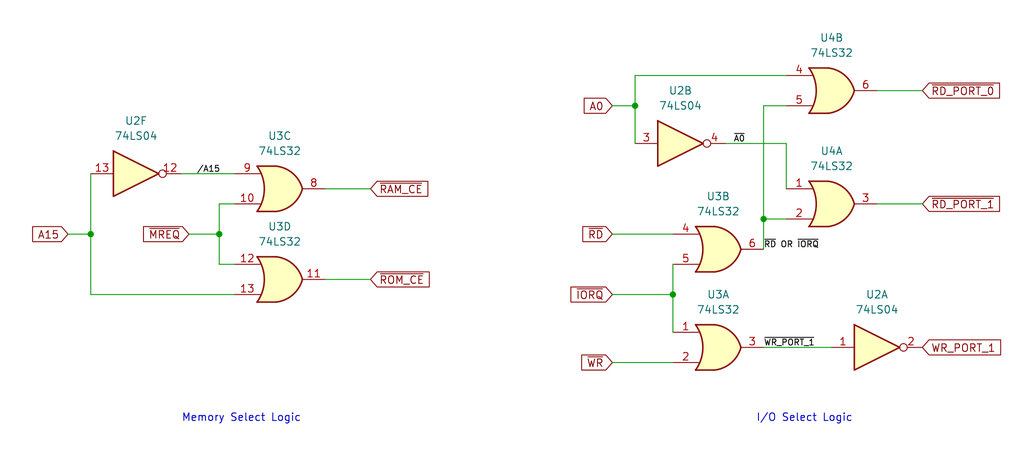
<source format=kicad_sch>
(kicad_sch (version 20230121) (generator eeschema)
  (paper "User" 172.009 75.9968)
  (lib_symbols
    (symbol "74xx:74LS04"
      (property "Reference" "U" (at 0 1.27 0))
      (property "Value" "74LS04" (at 0 -1.27 0))
      (symbol "74LS04_1_0"
        (polyline (pts (xy -3.81 3.81) (xy -3.81 -3.81) (xy 3.81 0) (xy -3.81 3.81)) (stroke (width 0.254)) (fill (type background)))
        (pin input line (at -7.62 0 0) (length 3.81) (name "~") (number "1"))
        (pin output inverted (at 7.62 0 180) (length 3.81) (name "~") (number "2"))
      )
      (symbol "74LS04_2_0"
        (polyline (pts (xy -3.81 3.81) (xy -3.81 -3.81) (xy 3.81 0) (xy -3.81 3.81)) (stroke (width 0.254)) (fill (type background)))
        (pin input line (at -7.62 0 0) (length 3.81) (name "~") (number "3"))
        (pin output inverted (at 7.62 0 180) (length 3.81) (name "~") (number "4"))
      )
      (symbol "74LS04_3_0"
        (polyline (pts (xy -3.81 3.81) (xy -3.81 -3.81) (xy 3.81 0) (xy -3.81 3.81)) (stroke (width 0.254)) (fill (type background)))
        (pin input line (at -7.62 0 0) (length 3.81) (name "~") (number "5"))
        (pin output inverted (at 7.62 0 180) (length 3.81) (name "~") (number "6"))
      )
      (symbol "74LS04_4_0"
        (polyline (pts (xy -3.81 3.81) (xy -3.81 -3.81) (xy 3.81 0) (xy -3.81 3.81)) (stroke (width 0.254)) (fill (type background)))
        (pin output inverted (at 7.62 0 180) (length 3.81) (name "~") (number "8"))
        (pin input line (at -7.62 0 0) (length 3.81) (name "~") (number "9"))
      )
      (symbol "74LS04_5_0"
        (polyline (pts (xy -3.81 3.81) (xy -3.81 -3.81) (xy 3.81 0) (xy -3.81 3.81)) (stroke (width 0.254)) (fill (type background)))
        (pin output inverted (at 7.62 0 180) (length 3.81) (name "~") (number "10"))
        (pin input line (at -7.62 0 0) (length 3.81) (name "~") (number "11"))
      )
      (symbol "74LS04_6_0"
        (polyline (pts (xy -3.81 3.81) (xy -3.81 -3.81) (xy 3.81 0) (xy -3.81 3.81)) (stroke (width 0.254)) (fill (type background)))
        (pin output inverted (at 7.62 0 180) (length 3.81) (name "~") (number "12"))
        (pin input line (at -7.62 0 0) (length 3.81) (name "~") (number "13"))
      )
      (symbol "74LS04_7_0"
        (pin power_in line (at 0 12.7 270) (length 5.08) (name "VCC") (number "14"))
        (pin power_in line (at 0 -12.7 90) (length 5.08) (name "GND") (number "7"))
      )
      (symbol "74LS04_7_1"
        (rectangle (start -5.08 7.62) (end 5.08 -7.62) (stroke (width 0.254)) (fill (type background)))
      )
    )
    (symbol "74xx:74LS32" (pin_names (offset 1.016))
      (property "Reference" "U" (at 0 1.27 0))
      (property "Value" "74LS32" (at 0 -1.27 0))
      (symbol "74LS32_1_1"
        (arc (start -3.81 -3.81) (mid -2.589 0) (end -3.81 3.81) (stroke (width 0.254)))
        (arc (start -0.6096 -3.81) (mid 2.1842 -2.5851) (end 3.81 0) (stroke (width 0.254)) (fill (type background)))
        (polyline (pts (xy -3.81 -3.81) (xy -0.635 -3.81)) (stroke (width 0.254)) (fill (type background)))
        (polyline (pts (xy -3.81 3.81) (xy -0.635 3.81)) (stroke (width 0.254)) (fill (type background)))
        (polyline (pts (xy -0.635 3.81) (xy -3.81 3.81) (xy -3.81 3.81) (xy -3.556 3.4036) (xy -3.0226 2.2606) (xy -2.6924 1.0414) (xy -2.6162 -0.254) (xy -2.7686 -1.4986) (xy -3.175 -2.7178) (xy -3.81 -3.81) (xy -3.81 -3.81) (xy -0.635 -3.81)) (stroke (width -25.4)) (fill (type background)))
        (arc (start 3.81 0) (mid 2.1915 2.5936) (end -0.6096 3.81) (stroke (width 0.254)) (fill (type background)))
        (pin input line (at -7.62 2.54 0) (length 4.318) (name "~") (number "1"))
        (pin input line (at -7.62 -2.54 0) (length 4.318) (name "~") (number "2"))
        (pin output line (at 7.62 0 180) (length 3.81) (name "~") (number "3"))
      )
      (symbol "74LS32_1_2"
        (arc (start 0 -3.81) (mid 3.7934 0) (end 0 3.81) (stroke (width 0.254)) (fill (type background)))
        (polyline (pts (xy 0 3.81) (xy -3.81 3.81) (xy -3.81 -3.81) (xy 0 -3.81)) (stroke (width 0.254)) (fill (type background)))
        (pin input inverted (at -7.62 2.54 0) (length 3.81) (name "~") (number "1"))
        (pin input inverted (at -7.62 -2.54 0) (length 3.81) (name "~") (number "2"))
        (pin output inverted (at 7.62 0 180) (length 3.81) (name "~") (number "3"))
      )
      (symbol "74LS32_2_1"
        (arc (start -3.81 -3.81) (mid -2.589 0) (end -3.81 3.81) (stroke (width 0.254)))
        (arc (start -0.6096 -3.81) (mid 2.1842 -2.5851) (end 3.81 0) (stroke (width 0.254)) (fill (type background)))
        (polyline (pts (xy -3.81 -3.81) (xy -0.635 -3.81)) (stroke (width 0.254)) (fill (type background)))
        (polyline (pts (xy -3.81 3.81) (xy -0.635 3.81)) (stroke (width 0.254)) (fill (type background)))
        (polyline (pts (xy -0.635 3.81) (xy -3.81 3.81) (xy -3.81 3.81) (xy -3.556 3.4036) (xy -3.0226 2.2606) (xy -2.6924 1.0414) (xy -2.6162 -0.254) (xy -2.7686 -1.4986) (xy -3.175 -2.7178) (xy -3.81 -3.81) (xy -3.81 -3.81) (xy -0.635 -3.81)) (stroke (width -25.4)) (fill (type background)))
        (arc (start 3.81 0) (mid 2.1915 2.5936) (end -0.6096 3.81) (stroke (width 0.254)) (fill (type background)))
        (pin input line (at -7.62 2.54 0) (length 4.318) (name "~") (number "4"))
        (pin input line (at -7.62 -2.54 0) (length 4.318) (name "~") (number "5"))
        (pin output line (at 7.62 0 180) (length 3.81) (name "~") (number "6"))
      )
      (symbol "74LS32_2_2"
        (arc (start 0 -3.81) (mid 3.7934 0) (end 0 3.81) (stroke (width 0.254)) (fill (type background)))
        (polyline (pts (xy 0 3.81) (xy -3.81 3.81) (xy -3.81 -3.81) (xy 0 -3.81)) (stroke (width 0.254)) (fill (type background)))
        (pin input inverted (at -7.62 2.54 0) (length 3.81) (name "~") (number "4"))
        (pin input inverted (at -7.62 -2.54 0) (length 3.81) (name "~") (number "5"))
        (pin output inverted (at 7.62 0 180) (length 3.81) (name "~") (number "6"))
      )
      (symbol "74LS32_3_1"
        (arc (start -3.81 -3.81) (mid -2.589 0) (end -3.81 3.81) (stroke (width 0.254)))
        (arc (start -0.6096 -3.81) (mid 2.1842 -2.5851) (end 3.81 0) (stroke (width 0.254)) (fill (type background)))
        (polyline (pts (xy -3.81 -3.81) (xy -0.635 -3.81)) (stroke (width 0.254)) (fill (type background)))
        (polyline (pts (xy -3.81 3.81) (xy -0.635 3.81)) (stroke (width 0.254)) (fill (type background)))
        (polyline (pts (xy -0.635 3.81) (xy -3.81 3.81) (xy -3.81 3.81) (xy -3.556 3.4036) (xy -3.0226 2.2606) (xy -2.6924 1.0414) (xy -2.6162 -0.254) (xy -2.7686 -1.4986) (xy -3.175 -2.7178) (xy -3.81 -3.81) (xy -3.81 -3.81) (xy -0.635 -3.81)) (stroke (width -25.4)) (fill (type background)))
        (arc (start 3.81 0) (mid 2.1915 2.5936) (end -0.6096 3.81) (stroke (width 0.254)) (fill (type background)))
        (pin input line (at -7.62 -2.54 0) (length 4.318) (name "~") (number "10"))
        (pin output line (at 7.62 0 180) (length 3.81) (name "~") (number "8"))
        (pin input line (at -7.62 2.54 0) (length 4.318) (name "~") (number "9"))
      )
      (symbol "74LS32_3_2"
        (arc (start 0 -3.81) (mid 3.7934 0) (end 0 3.81) (stroke (width 0.254)) (fill (type background)))
        (polyline (pts (xy 0 3.81) (xy -3.81 3.81) (xy -3.81 -3.81) (xy 0 -3.81)) (stroke (width 0.254)) (fill (type background)))
        (pin input inverted (at -7.62 -2.54 0) (length 3.81) (name "~") (number "10"))
        (pin output inverted (at 7.62 0 180) (length 3.81) (name "~") (number "8"))
        (pin input inverted (at -7.62 2.54 0) (length 3.81) (name "~") (number "9"))
      )
      (symbol "74LS32_4_1"
        (arc (start -3.81 -3.81) (mid -2.589 0) (end -3.81 3.81) (stroke (width 0.254)))
        (arc (start -0.6096 -3.81) (mid 2.1842 -2.5851) (end 3.81 0) (stroke (width 0.254)) (fill (type background)))
        (polyline (pts (xy -3.81 -3.81) (xy -0.635 -3.81)) (stroke (width 0.254)) (fill (type background)))
        (polyline (pts (xy -3.81 3.81) (xy -0.635 3.81)) (stroke (width 0.254)) (fill (type background)))
        (polyline (pts (xy -0.635 3.81) (xy -3.81 3.81) (xy -3.81 3.81) (xy -3.556 3.4036) (xy -3.0226 2.2606) (xy -2.6924 1.0414) (xy -2.6162 -0.254) (xy -2.7686 -1.4986) (xy -3.175 -2.7178) (xy -3.81 -3.81) (xy -3.81 -3.81) (xy -0.635 -3.81)) (stroke (width -25.4)) (fill (type background)))
        (arc (start 3.81 0) (mid 2.1915 2.5936) (end -0.6096 3.81) (stroke (width 0.254)) (fill (type background)))
        (pin output line (at 7.62 0 180) (length 3.81) (name "~") (number "11"))
        (pin input line (at -7.62 2.54 0) (length 4.318) (name "~") (number "12"))
        (pin input line (at -7.62 -2.54 0) (length 4.318) (name "~") (number "13"))
      )
      (symbol "74LS32_4_2"
        (arc (start 0 -3.81) (mid 3.7934 0) (end 0 3.81) (stroke (width 0.254)) (fill (type background)))
        (polyline (pts (xy 0 3.81) (xy -3.81 3.81) (xy -3.81 -3.81) (xy 0 -3.81)) (stroke (width 0.254)) (fill (type background)))
        (pin output inverted (at 7.62 0 180) (length 3.81) (name "~") (number "11"))
        (pin input inverted (at -7.62 2.54 0) (length 3.81) (name "~") (number "12"))
        (pin input inverted (at -7.62 -2.54 0) (length 3.81) (name "~") (number "13"))
      )
      (symbol "74LS32_5_0"
        (pin power_in line (at 0 12.7 270) (length 5.08) (name "VCC") (number "14"))
        (pin power_in line (at 0 -12.7 90) (length 5.08) (name "GND") (number "7"))
      )
      (symbol "74LS32_5_1"
        (rectangle (start -5.08 7.62) (end 5.08 -7.62) (stroke (width 0.254)) (fill (type background)))
      )
    )
    (symbol "Device:C" (pin_numbers hide) (pin_names (offset 0.254))
      (property "Reference" "C" (at 0.635 2.54 0))
      (property "Value" "C" (at 0.635 -2.54 0))
      (symbol "C_0_1"
        (polyline (pts (xy -2.032 -0.762) (xy 2.032 -0.762)) (stroke (width 0.508)))
        (polyline (pts (xy -2.032 0.762) (xy 2.032 0.762)) (stroke (width 0.508)))
      )
      (symbol "C_1_1"
        (pin passive line (at 0 3.81 270) (length 2.794) (name "~") (number "1"))
        (pin passive line (at 0 -3.81 90) (length 2.794) (name "~") (number "2"))
      )
    )
    (symbol "power:+5V" (power) (pin_numbers hide) (pin_names (offset 0) hide)
      (property "Value" "+5V" (at 0 3.556 0))
      (symbol "+5V_0_1"
        (polyline (pts (xy -0.762 1.27) (xy 0 2.54)))
        (polyline (pts (xy 0 0) (xy 0 2.54)))
        (polyline (pts (xy 0 2.54) (xy 0.762 1.27)))
      )
      (symbol "+5V_1_1"
        (pin power_in line (at 0 0 90) (length 0) hide (name "+5V") (number "1"))
      )
    )
    (symbol "power:GND" (power) (pin_numbers hide) (pin_names (offset 0) hide)
      (property "Value" "GND" (at 0 -3.81 0))
      (symbol "GND_0_1"
        (polyline (pts (xy 0 0) (xy 0 -1.27) (xy 1.27 -1.27) (xy 0 -2.54) (xy -1.27 -1.27) (xy 0 -1.27)))
      )
      (symbol "GND_1_1"
        (pin power_in line (at 0 0 270) (length 0) hide (name "GND") (number "1"))
      )
    )
  )
  (junction (at 29.21 118.11))
  (junction (at 128.27 36.83))
  (junction (at 107.95 146.05))
  (junction (at 48.26 149.86))
  (junction (at 107.95 111.76))
  (junction (at 88.9 149.86))
  (junction (at 78.74 149.86))
  (junction (at 19.05 149.86))
  (junction (at 29.21 149.86))
  (junction (at 58.42 149.86))
  (junction (at 107.95 121.92))
  (junction (at 48.26 118.11))
  (junction (at 113.03 49.53))
  (junction (at 15.24 39.37))
  (junction (at 36.83 39.37))
  (junction (at 107.95 127))
  (junction (at 107.95 132.08))
  (junction (at 78.74 118.11))
  (junction (at 58.42 118.11))
  (junction (at 88.9 118.11))
  (junction (at 106.68 17.78))
  (junction (at 107.95 140.97))
  (no_connect (at 138.43 111.76))
  (no_connect (at 123.19 124.46))
  (no_connect (at 138.43 132.08))
  (no_connect (at 123.19 143.51))
  (no_connect (at 123.19 105.41))
  (wire (pts (xy 154.94 34.29) (xy 147.32 34.29)))
  (wire (pts (xy 48.26 118.11) (xy 58.42 118.11)))
  (wire (pts (xy 36.83 39.37) (xy 36.83 44.45)))
  (wire (pts (xy 154.94 15.24) (xy 147.32 15.24)))
  (wire (pts (xy 19.05 149.86) (xy 29.21 149.86)))
  (wire (pts (xy 29.21 121.92) (xy 29.21 118.11)))
  (wire (pts (xy 36.83 34.29) (xy 36.83 39.37)))
  (wire (pts (xy 88.9 149.86) (xy 107.95 149.86)))
  (wire (pts (xy 107.95 105.41) (xy 107.95 111.76)))
  (wire (pts (xy 29.21 147.32) (xy 29.21 149.86)))
  (wire (pts (xy 88.9 146.05) (xy 88.9 149.86)))
  (wire (pts (xy 78.74 149.86) (xy 88.9 149.86)))
  (wire (pts (xy 78.74 137.16) (xy 78.74 149.86)))
  (wire (pts (xy 123.19 111.76) (xy 107.95 111.76)))
  (wire (pts (xy 107.95 140.97) (xy 107.95 146.05)))
  (wire (pts (xy 54.61 46.99) (xy 62.23 46.99)))
  (wire (pts (xy 58.42 147.32) (xy 58.42 149.86)))
  (wire (pts (xy 132.08 17.78) (xy 128.27 17.78)))
  (wire (pts (xy 107.95 132.08) (xy 107.95 140.97)))
  (wire (pts (xy 102.87 17.78) (xy 106.68 17.78)))
  (wire (pts (xy 19.05 138.43) (xy 19.05 149.86)))
  (wire (pts (xy 19.05 118.11) (xy 29.21 118.11)))
  (wire (pts (xy 102.87 49.53) (xy 113.03 49.53)))
  (wire (pts (xy 113.03 49.53) (xy 113.03 55.88)))
  (wire (pts (xy 106.68 17.78) (xy 106.68 24.13)))
  (wire (pts (xy 106.68 12.7) (xy 106.68 17.78)))
  (wire (pts (xy 48.26 149.86) (xy 58.42 149.86)))
  (wire (pts (xy 15.24 29.21) (xy 15.24 39.37)))
  (wire (pts (xy 78.74 118.11) (xy 78.74 129.54)))
  (wire (pts (xy 30.48 29.21) (xy 39.37 29.21)))
  (wire (pts (xy 128.27 36.83) (xy 132.08 36.83)))
  (wire (pts (xy 39.37 34.29) (xy 36.83 34.29)))
  (wire (pts (xy 106.68 12.7) (xy 132.08 12.7)))
  (wire (pts (xy 121.92 24.13) (xy 132.08 24.13)))
  (wire (pts (xy 58.42 118.11) (xy 78.74 118.11)))
  (wire (pts (xy 29.21 118.11) (xy 48.26 118.11)))
  (wire (pts (xy 107.95 121.92) (xy 107.95 127)))
  (wire (pts (xy 48.26 138.43) (xy 48.26 149.86)))
  (wire (pts (xy 54.61 31.75) (xy 62.23 31.75)))
  (wire (pts (xy 48.26 118.11) (xy 48.26 130.81)))
  (wire (pts (xy 107.95 132.08) (xy 123.19 132.08)))
  (wire (pts (xy 19.05 130.81) (xy 19.05 118.11)))
  (wire (pts (xy 11.43 39.37) (xy 15.24 39.37)))
  (wire (pts (xy 58.42 149.86) (xy 78.74 149.86)))
  (wire (pts (xy 107.95 127) (xy 107.95 132.08)))
  (wire (pts (xy 15.24 39.37) (xy 15.24 49.53)))
  (wire (pts (xy 88.9 118.11) (xy 78.74 118.11)))
  (wire (pts (xy 102.87 39.37) (xy 113.03 39.37)))
  (wire (pts (xy 31.75 39.37) (xy 36.83 39.37)))
  (wire (pts (xy 29.21 149.86) (xy 48.26 149.86)))
  (wire (pts (xy 58.42 118.11) (xy 58.42 121.92)))
  (wire (pts (xy 15.24 49.53) (xy 39.37 49.53)))
  (wire (pts (xy 102.87 60.96) (xy 113.03 60.96)))
  (wire (pts (xy 113.03 44.45) (xy 113.03 49.53)))
  (wire (pts (xy 128.27 36.83) (xy 128.27 41.91)))
  (wire (pts (xy 39.37 44.45) (xy 36.83 44.45)))
  (wire (pts (xy 132.08 31.75) (xy 132.08 24.13)))
  (wire (pts (xy 107.95 146.05) (xy 107.95 149.86)))
  (wire (pts (xy 88.9 118.11) (xy 88.9 120.65)))
  (wire (pts (xy 107.95 111.76) (xy 107.95 121.92)))
  (wire (pts (xy 128.27 17.78) (xy 128.27 36.83)))
  (wire (pts (xy 128.27 58.42) (xy 139.7 58.42)))
  (text "Memory Select Logic" (at 30.48 71.12 0) (effects (font (size 1.27 1.27)) (justify left bottom)))
  (text "I/O Select Logic" (at 127 71.12 0) (effects (font (size 1.27 1.27)) (justify left bottom)))
  (label "{slash}A15" (at 33.02 29.21 0) (effects (font (size 1 1))))
  (label "~{WR_PORT_1}" (at 128.27 58.42 0) (effects (font (size 1 1))))
  (label "~{A0}" (at 123.19 24.13 0) (effects (font (size 1 1))))
  (label "~{RD} OR ~{IORQ}" (at 128.27 41.91 0) (effects (font (size 1 1))))
  (global_label "~{WR}" (shape input) (at 102.87 60.96 180) (property "Intersheetrefs" "${INTERSHEET_REFS}" (effects hide)))
  (global_label "A0" (shape input) (at 102.87 17.78 180) (property "Intersheetrefs" "${INTERSHEET_REFS}" (effects hide)))
  (global_label "~{RD}" (shape input) (at 102.87 39.37 180) (property "Intersheetrefs" "${INTERSHEET_REFS}" (effects hide)))
  (global_label "~{RAM_CE}" (shape input) (at 62.23 31.75 0) (property "Intersheetrefs" "${INTERSHEET_REFS}" (effects hide)))
  (global_label "~{IORQ}" (shape input) (at 102.87 49.53 180) (property "Intersheetrefs" "${INTERSHEET_REFS}" (effects hide)))
  (global_label "A15" (shape input) (at 11.43 39.37 180) (property "Intersheetrefs" "${INTERSHEET_REFS}" (effects hide)))
  (global_label "~{ROM_CE}" (shape input) (at 62.23 46.99 0) (property "Intersheetrefs" "${INTERSHEET_REFS}" (effects hide)))
  (global_label "~{RD_PORT_1}" (shape input) (at 154.94 34.29 0) (property "Intersheetrefs" "${INTERSHEET_REFS}" (effects hide)))
  (global_label "WR_PORT_1" (shape input) (at 154.94 58.42 0) (property "Intersheetrefs" "${INTERSHEET_REFS}" (effects hide)))
  (global_label "~{MREQ}" (shape input) (at 31.75 39.37 180) (property "Intersheetrefs" "${INTERSHEET_REFS}" (effects hide)))
  (global_label "~{RD_PORT_0}" (shape input) (at 154.94 15.24 0) (property "Intersheetrefs" "${INTERSHEET_REFS}" (effects hide)))
  (symbol (lib_id "74xx:74LS04") (at 29.21 134.62 0) (unit 7)
    (property "Reference" "U2" (at 35.56 133.35 0) (effects (justify left)))
    (property "Value" "74LS04" (at 35.56 135.89 0) (effects (justify left)))
    (property "Datasheet" "http://www.ti.com/lit/gpn/sn74LS04" (effects hide))
  )
  (symbol (lib_id "74xx:74LS32") (at 139.7 34.29 0) (unit 1)
    (property "Reference" "U4" (at 139.7 25.4 0))
    (property "Value" "74LS32" (at 139.7 27.94 0))
    (property "Datasheet" "http://www.ti.com/lit/gpn/sn74LS32" (effects hide))
  )
  (symbol (lib_id "74xx:74LS04") (at 130.81 111.76 0) (mirror x) (unit 5)
    (property "Reference" "IC2" (at 130.81 101.6 0))
    (property "Value" "74LS04" (at 130.81 104.14 0))
    (property "Datasheet" "http://www.ti.com/lit/gpn/sn74LS04" (effects hide))
  )
  (symbol (lib_id "74xx:74LS32") (at 46.99 46.99 0) (unit 4)
    (property "Reference" "U3" (at 46.99 38.1 0))
    (property "Value" "74LS32" (at 46.99 40.64 0))
    (property "Datasheet" "http://www.ti.com/lit/gpn/sn74LS32" (effects hide))
  )
  (symbol (lib_id "Device:C") (at 48.26 134.62 180) (unit 1)
    (property "Reference" "C2" (effects hide))
    (property "Value" "0.1uF" (at 45.72 133.35 90) (effects (justify right)))
  )
  (symbol (lib_id "74xx:74LS32") (at 88.9 133.35 0) (unit 5)
    (property "Reference" "U5" (at 96.52 132.08 0) (effects (justify left)))
    (property "Value" "74LS32" (at 96.52 134.62 0) (effects (justify left)))
    (property "Datasheet" "http://www.ti.com/lit/gpn/sn74LS32" (effects hide))
  )
  (symbol (lib_id "power:GND") (at 19.05 149.86 0) (unit 1)
    (property "Reference" "#PWR015" (effects hide))
    (property "Value" "GND" (at 19.05 154.94 0))
  )
  (symbol (lib_id "74xx:74LS04") (at 115.57 105.41 0) (unit 3)
    (property "Reference" "IC2" (at 115.57 96.52 0))
    (property "Value" "74LS04" (at 115.57 99.06 0))
    (property "Datasheet" "http://www.ti.com/lit/gpn/sn74LS04" (effects hide))
  )
  (symbol (lib_id "74xx:74LS32") (at 58.42 134.62 0) (unit 5)
    (property "Reference" "U1" (at 64.77 133.35 0) (effects (justify left)))
    (property "Value" "74LS32" (at 64.77 135.89 0) (effects (justify left)))
    (property "Datasheet" "http://www.ti.com/lit/gpn/sn74LS32" (effects hide))
  )
  (symbol (lib_id "74xx:74LS32") (at 46.99 31.75 0) (unit 3)
    (property "Reference" "U3" (at 46.99 22.86 0))
    (property "Value" "74LS32" (at 46.99 25.4 0))
    (property "Datasheet" "http://www.ti.com/lit/gpn/sn74LS32" (effects hide))
  )
  (symbol (lib_id "74xx:74LS04") (at 130.81 132.08 0) (unit 4)
    (property "Reference" "IC2" (at 130.81 123.19 0))
    (property "Value" "74LS04" (at 130.81 125.73 0))
    (property "Datasheet" "http://www.ti.com/lit/gpn/sn74LS04" (effects hide))
  )
  (symbol (lib_id "74xx:74LS32") (at 120.65 41.91 0) (unit 2)
    (property "Reference" "U3" (at 120.65 33.02 0))
    (property "Value" "74LS32" (at 120.65 35.56 0))
    (property "Datasheet" "http://www.ti.com/lit/gpn/sn74LS32" (effects hide))
  )
  (symbol (lib_id "74xx:74LS32") (at 120.65 58.42 0) (unit 1)
    (property "Reference" "U3" (at 120.65 49.53 0))
    (property "Value" "74LS32" (at 120.65 52.07 0))
    (property "Datasheet" "http://www.ti.com/lit/gpn/sn74LS32" (effects hide))
  )
  (symbol (lib_id "74xx:74LS04") (at 114.3 24.13 0) (unit 2)
    (property "Reference" "U2" (at 114.3 15.24 0))
    (property "Value" "74LS04" (at 114.3 17.78 0))
    (property "Datasheet" "http://www.ti.com/lit/gpn/sn74LS04" (effects hide))
  )
  (symbol (lib_id "74xx:74LS04") (at 147.32 58.42 0) (unit 1)
    (property "Reference" "U2" (at 147.32 49.53 0))
    (property "Value" "74LS04" (at 147.32 52.07 0))
    (property "Datasheet" "http://www.ti.com/lit/gpn/sn74LS04" (effects hide))
  )
  (symbol (lib_id "Device:C") (at 19.05 134.62 180) (unit 1)
    (property "Reference" "C1" (effects hide))
    (property "Value" "0.1uF" (at 16.51 133.35 90) (effects (justify right)))
  )
  (symbol (lib_id "Device:C") (at 78.74 133.35 180) (unit 1)
    (property "Reference" "C4" (effects hide))
    (property "Value" "0.1uF" (at 76.2 132.08 90) (effects (justify right)))
  )
  (symbol (lib_id "74xx:74LS32") (at 115.57 124.46 0) (unit 3)
    (property "Reference" "U5" (at 115.57 115.57 0))
    (property "Value" "74LS32" (at 115.57 118.11 0))
    (property "Datasheet" "http://www.ti.com/lit/gpn/sn74LS32" (effects hide))
  )
  (symbol (lib_id "74xx:74LS32") (at 115.57 143.51 0) (unit 4)
    (property "Reference" "U5" (at 115.57 134.62 0))
    (property "Value" "74LS32" (at 115.57 137.16 0))
    (property "Datasheet" "http://www.ti.com/lit/gpn/sn74LS32" (effects hide))
  )
  (symbol (lib_id "74xx:74LS32") (at 139.7 15.24 0) (unit 2)
    (property "Reference" "U4" (at 139.7 6.35 0))
    (property "Value" "74LS32" (at 139.7 8.89 0))
    (property "Datasheet" "http://www.ti.com/lit/gpn/sn74LS32" (effects hide))
  )
  (symbol (lib_id "74xx:74LS04") (at 22.86 29.21 0) (unit 6)
    (property "Reference" "U2" (at 22.86 20.32 0))
    (property "Value" "74LS04" (at 22.86 22.86 0))
    (property "Datasheet" "http://www.ti.com/lit/gpn/sn74LS04" (effects hide))
  )
  (symbol (lib_id "power:+5V") (at 88.9 118.11 0) (unit 1)
    (property "Reference" "#PWR016" (effects hide))
    (property "Value" "+5V" (at 88.9 113.03 0))
  )
)
</source>
